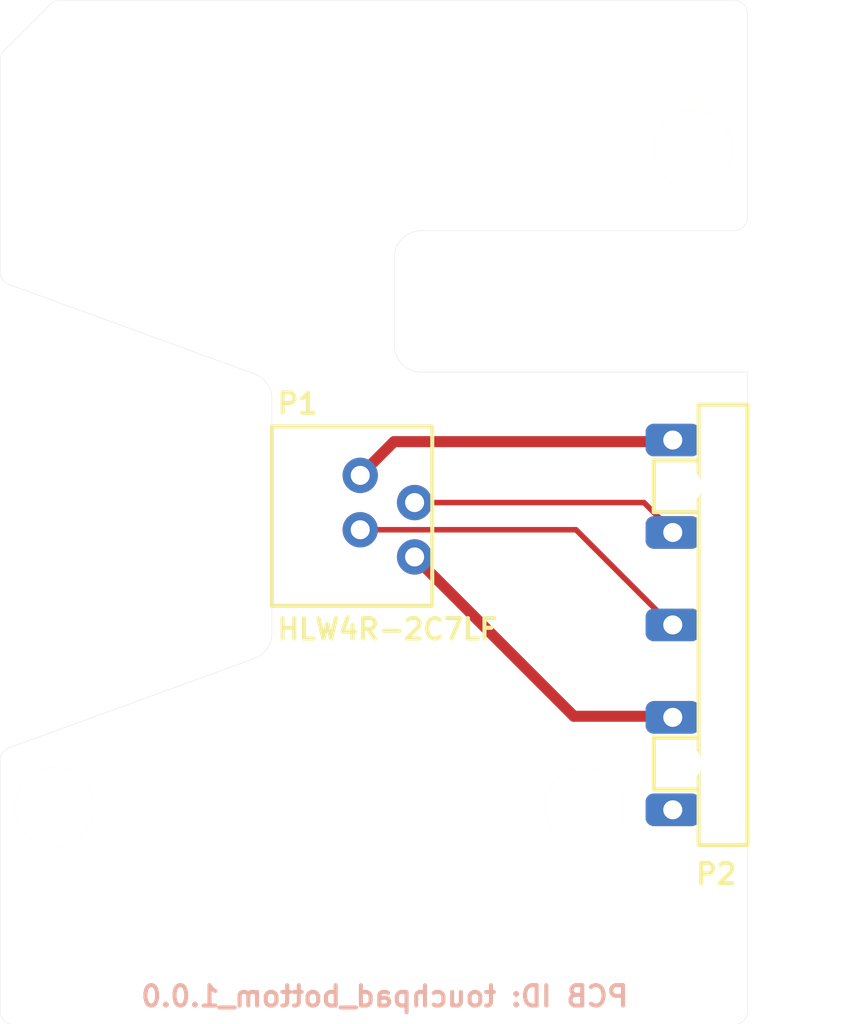
<source format=kicad_pcb>
(kicad_pcb (version 20171130) (host pcbnew 5.1.2-f72e74a~84~ubuntu18.04.1)

  (general
    (thickness 1.6)
    (drawings 29)
    (tracks 8)
    (zones 0)
    (modules 5)
    (nets 6)
  )

  (page A3)
  (title_block
    (title "UHK Touchpad Module - Bottom Board")
    (rev 1.0.0)
    (company "Ultimate Gadget Laboratories Kft.")
  )

  (layers
    (0 F.Cu signal)
    (31 B.Cu signal)
    (32 B.Adhes user)
    (33 F.Adhes user)
    (34 B.Paste user)
    (35 F.Paste user)
    (36 B.SilkS user)
    (37 F.SilkS user)
    (38 B.Mask user)
    (39 F.Mask user)
    (40 Dwgs.User user)
    (41 Cmts.User user)
    (42 Eco1.User user)
    (43 Eco2.User user)
    (44 Edge.Cuts user)
    (45 Margin user)
    (46 B.CrtYd user)
    (47 F.CrtYd user)
  )

  (setup
    (last_trace_width 0.2032)
    (user_trace_width 0.4064)
    (trace_clearance 0.2032)
    (zone_clearance 0.508)
    (zone_45_only no)
    (trace_min 0.2032)
    (via_size 0.889)
    (via_drill 0.635)
    (via_min_size 0.889)
    (via_min_drill 0.508)
    (uvia_size 0.508)
    (uvia_drill 0.127)
    (uvias_allowed no)
    (uvia_min_size 0.508)
    (uvia_min_drill 0.127)
    (edge_width 0.1)
    (segment_width 0.2)
    (pcb_text_width 0.3)
    (pcb_text_size 1.5 1.5)
    (mod_edge_width 0.15)
    (mod_text_size 0.75 0.75)
    (mod_text_width 0.15)
    (pad_size 1.5 1.5)
    (pad_drill 0.6)
    (pad_to_mask_clearance 0)
    (aux_axis_origin 0 0)
    (visible_elements FFFFEF7F)
    (pcbplotparams
      (layerselection 0x00030_ffffffff)
      (usegerberextensions true)
      (usegerberattributes false)
      (usegerberadvancedattributes false)
      (creategerberjobfile false)
      (excludeedgelayer true)
      (linewidth 0.150000)
      (plotframeref false)
      (viasonmask false)
      (mode 1)
      (useauxorigin false)
      (hpglpennumber 1)
      (hpglpenspeed 20)
      (hpglpendiameter 15.000000)
      (psnegative false)
      (psa4output false)
      (plotreference true)
      (plotvalue true)
      (plotinvisibletext false)
      (padsonsilk false)
      (subtractmaskfromsilk false)
      (outputformat 1)
      (mirror false)
      (drillshape 1)
      (scaleselection 1)
      (outputdirectory ""))
  )

  (net 0 "")
  (net 1 /VCC)
  (net 2 /SDA)
  (net 3 /SCL)
  (net 4 /GND)
  (net 5 /MERGE_SENSE)

  (net_class Default "This is the default net class."
    (clearance 0.2032)
    (trace_width 0.2032)
    (via_dia 0.889)
    (via_drill 0.635)
    (uvia_dia 0.508)
    (uvia_drill 0.127)
    (diff_pair_width 0.2032)
    (diff_pair_gap 0.25)
    (add_net /GND)
    (add_net /MERGE_SENSE)
    (add_net /SCL)
    (add_net /SDA)
    (add_net /VCC)
  )

  (module ugl:HLW4R-2C7LF (layer F.Cu) (tedit 5D20C0E7) (tstamp 5D20FC3F)
    (at 207.85 139.139999 270)
    (descr "FFC connector")
    (path /5D20FAD2)
    (fp_text reference P1 (at -4.139999 -0.95 180) (layer F.SilkS)
      (effects (font (size 0.75 0.75) (thickness 0.15)))
    )
    (fp_text value HLW4R-2C7LF (at 4.160001 -4.25 180) (layer F.SilkS)
      (effects (font (size 0.75 0.75) (thickness 0.15)))
    )
    (fp_line (start -3.3 0) (end 3.3 0) (layer F.SilkS) (width 0.15))
    (fp_line (start -3.3 0) (end -3.3 -5.9) (layer F.SilkS) (width 0.15))
    (fp_line (start 3.3 0) (end 3.3 -5.9) (layer F.SilkS) (width 0.15))
    (fp_line (start -3.3 -5.9) (end 3.3 -5.9) (layer F.SilkS) (width 0.15))
    (pad 4 thru_hole circle (at -1.5 -3.25 270) (size 1.3 1.3) (drill 0.7) (layers *.Cu *.Mask)
      (net 1 /VCC))
    (pad 3 thru_hole circle (at -0.5 -5.25 270) (size 1.3 1.3) (drill 0.7) (layers *.Cu *.Mask)
      (net 2 /SDA))
    (pad 2 thru_hole circle (at 0.5 -3.25 270) (size 1.3 1.3) (drill 0.7) (layers *.Cu *.Mask)
      (net 3 /SCL))
    (pad 1 thru_hole circle (at 1.5 -5.25 270) (size 1.3 1.3) (drill 0.7) (layers *.Cu *.Mask)
      (net 4 /GND))
  )

  (module ugl:UHK_Male_Pogo_Pin_v2 locked (layer F.Cu) (tedit 5CCF4290) (tstamp 5D20FC67)
    (at 225.35 143.139999)
    (path /5D20F51E)
    (attr virtual)
    (fp_text reference P2 (at -1.15 9.160001) (layer F.SilkS)
      (effects (font (size 0.75 0.75) (thickness 0.15)))
    )
    (fp_text value CONN_5 (at 0 -9.95 180) (layer F.SilkS) hide
      (effects (font (size 0.75 0.75) (thickness 0.15)))
    )
    (fp_line (start 0 8.1) (end 0 -8.1) (layer F.SilkS) (width 0.15))
    (fp_line (start -3.45 4.15) (end -1.8 4.15) (layer F.SilkS) (width 0.15))
    (fp_line (start -3.45 6.05) (end -3.45 4.15) (layer F.SilkS) (width 0.15))
    (fp_line (start -1.8 6.05) (end -3.45 6.05) (layer F.SilkS) (width 0.15))
    (fp_line (start -3.45 -4.15) (end -1.8 -4.15) (layer F.SilkS) (width 0.15))
    (fp_line (start -3.45 -6.05) (end -3.45 -4.15) (layer F.SilkS) (width 0.15))
    (fp_line (start -1.8 -6.05) (end -3.45 -6.05) (layer F.SilkS) (width 0.15))
    (fp_line (start 0 8.1) (end -1.8 8.1) (layer F.SilkS) (width 0.15))
    (fp_line (start -1.8 -8.1) (end 0 -8.1) (layer F.SilkS) (width 0.15))
    (fp_line (start 0 9.3) (end 0 -9.1) (layer Cmts.User) (width 0.15))
    (fp_arc (start 3.1 6.8) (end 3.1 7.3) (angle -180) (layer Cmts.User) (width 0.15))
    (fp_line (start 2.5 6.3) (end 3 6.3) (layer Cmts.User) (width 0.15))
    (fp_line (start 2.5 7.3) (end 3 7.3) (layer Cmts.User) (width 0.15))
    (fp_arc (start 3.1 3.4) (end 3.1 3.9) (angle -180) (layer Cmts.User) (width 0.15))
    (fp_line (start 2.5 2.9) (end 3 2.9) (layer Cmts.User) (width 0.15))
    (fp_line (start 2.5 3.9) (end 3 3.9) (layer Cmts.User) (width 0.15))
    (fp_arc (start 3.1 0) (end 3.1 0.5) (angle -180) (layer Cmts.User) (width 0.15))
    (fp_line (start 2.5 -0.5) (end 3 -0.5) (layer Cmts.User) (width 0.15))
    (fp_line (start 2.5 0.5) (end 3 0.5) (layer Cmts.User) (width 0.15))
    (fp_arc (start 3.1 -3.4) (end 3.1 -2.9) (angle -180) (layer Cmts.User) (width 0.15))
    (fp_line (start 2.5 -3.9) (end 3 -3.9) (layer Cmts.User) (width 0.15))
    (fp_line (start 2.5 -2.9) (end 3 -2.9) (layer Cmts.User) (width 0.15))
    (fp_arc (start 3.1 -6.8) (end 3.1 -6.3) (angle -180) (layer Cmts.User) (width 0.15))
    (fp_line (start 2.5 -6.3) (end 3 -6.3) (layer Cmts.User) (width 0.15))
    (fp_line (start 2.5 -7.3) (end 3 -7.3) (layer Cmts.User) (width 0.15))
    (fp_line (start 0 -9.1) (end 2.5 -9.1) (layer Cmts.User) (width 0.15))
    (fp_line (start -1.8 8.1) (end -1.8 -8.1) (layer F.SilkS) (width 0.15))
    (fp_line (start 0 9.3) (end 2.5 9.3) (layer Cmts.User) (width 0.15))
    (fp_line (start 2.5 -9.1) (end 2.5 9.3) (layer Cmts.User) (width 0.15))
    (pad "" np_thru_hole circle (at -2.5 5.1 180) (size 1.6 1.6) (drill 1.6) (layers *.Cu *.Mask)
      (clearance 0.00254))
    (pad "" np_thru_hole circle (at -2.5 -5.1) (size 1.6 1.6) (drill 1.6) (layers *.Cu *.Mask)
      (clearance 0.00254))
    (pad 5 thru_hole roundrect (at -2.75 6.8) (size 2 1.2) (drill 0.7) (layers *.Cu *.Mask) (roundrect_rratio 0.25)
      (net 5 /MERGE_SENSE) (clearance 0.0762))
    (pad 4 thru_hole roundrect (at -2.75 3.4) (size 2 1.2) (drill 0.7) (layers *.Cu *.Mask) (roundrect_rratio 0.25)
      (net 4 /GND) (clearance 0.0762))
    (pad 3 thru_hole roundrect (at -2.75 0) (size 2 1.2) (drill 0.7) (layers *.Cu *.Mask) (roundrect_rratio 0.25)
      (net 3 /SCL))
    (pad 2 thru_hole roundrect (at -2.75 -3.4) (size 2 1.2) (drill 0.7) (layers *.Cu *.Mask) (roundrect_rratio 0.25)
      (net 2 /SDA) (clearance 0.0762))
    (pad 1 thru_hole roundrect (at -2.75 -6.8) (size 2 1.2) (drill 0.7) (layers *.Cu *.Mask) (roundrect_rratio 0.25)
      (net 1 /VCC) (clearance 0.0762))
  )

  (module UGL:hole_2.8999999999999773mm locked (layer F.Cu) (tedit 5874311E) (tstamp 5295D75B)
    (at 219.35 149.839996)
    (attr virtual)
    (fp_text reference "" (at 0 0) (layer F.SilkS)
      (effects (font (size 1.27 1.27) (thickness 0.15)))
    )
    (fp_text value "" (at 0 0) (layer F.SilkS)
      (effects (font (size 1.27 1.27) (thickness 0.15)))
    )
    (pad "" np_thru_hole circle (at 0 0) (size 2.9 2.9) (drill 2.9) (layers *.Cu *.Mask F.SilkS)
      (clearance 0.00001))
  )

  (module UGL:hole_2.8999999999999773mm locked (layer F.Cu) (tedit 5874311E) (tstamp 5295D75B)
    (at 199.85 149.839996)
    (attr virtual)
    (fp_text reference "" (at 0 0) (layer F.SilkS)
      (effects (font (size 1.27 1.27) (thickness 0.15)))
    )
    (fp_text value "" (at 0 0) (layer F.SilkS)
      (effects (font (size 1.27 1.27) (thickness 0.15)))
    )
    (pad "" np_thru_hole circle (at 0 0) (size 2.9 2.9) (drill 2.9) (layers *.Cu *.Mask F.SilkS)
      (clearance 0.00001))
  )

  (module UGL:hole_2.9000000000000057mm locked (layer F.Cu) (tedit 5874311E) (tstamp 5295D75B)
    (at 223.35 125.660004)
    (attr virtual)
    (fp_text reference "" (at 0 0) (layer F.SilkS)
      (effects (font (size 1.27 1.27) (thickness 0.15)))
    )
    (fp_text value "" (at 0 0) (layer F.SilkS)
      (effects (font (size 1.27 1.27) (thickness 0.15)))
    )
    (pad "" np_thru_hole circle (at 0 0) (size 2.9 2.9) (drill 2.9) (layers *.Cu *.Mask F.SilkS)
      (clearance 0.00001))
  )

  (gr_text "PCB ID: touchpad_bottom_1.0.0" (at 212 156.8) (layer B.SilkS)
    (effects (font (size 0.75 0.75) (thickness 0.15)) (justify mirror))
  )
  (gr_circle (center 219.35 149.839996) (end 221 149.839996) (layer Eco1.User) (width 0.01))
  (gr_circle (center 199.85 149.839996) (end 201.5 149.839996) (layer Eco1.User) (width 0.01))
  (gr_circle (center 223.35 125.660004) (end 225 125.660004) (layer Eco1.User) (width 0.01))
  (gr_arc (start 198.35 157.339989) (end 197.85 157.34) (angle -89.98521397) (layer Edge.Cuts) (width 0.01))
  (gr_arc (start 198.349992 148.129806) (end 198.17899 147.65996) (angle -70.01492042) (layer Edge.Cuts) (width 0.01))
  (gr_arc (start 224.85 157.339989) (end 224.85 157.84) (angle -90.00654586) (layer Edge.Cuts) (width 0.01))
  (gr_arc (start 224.850008 128.140007) (end 224.85 128.64) (angle -90.00660585) (layer Edge.Cuts) (width 0.01))
  (gr_arc (start 224.85 120.660011) (end 225.35 120.66) (angle -89.98521397) (layer Edge.Cuts) (width 0.01))
  (gr_arc (start 200.057104 120.659999) (end 200.057107 120.16) (angle -45.01451802) (layer Edge.Cuts) (width 0.01))
  (gr_arc (start 198.349988 122.367108) (end 197.996447 122.013553) (angle -45.04535319) (layer Edge.Cuts) (width 0.01))
  (gr_arc (start 198.349992 130.150193) (end 197.85 130.150194) (angle -69.99208089) (layer Edge.Cuts) (width 0.01))
  (gr_line (start 198.35 157.84) (end 224.85 157.84) (angle 90) (layer Edge.Cuts) (width 0.01))
  (gr_line (start 225.35 157.34) (end 225.35 133.84) (angle 90) (layer Edge.Cuts) (width 0.01))
  (gr_line (start 225.35 133.84) (end 213.35 133.84) (angle 90) (layer Edge.Cuts) (width 0.01))
  (gr_line (start 212.35 132.84) (end 212.35 129.64) (angle 90) (layer Edge.Cuts) (width 0.01))
  (gr_line (start 213.35 128.64) (end 224.85 128.64) (angle 90) (layer Edge.Cuts) (width 0.01))
  (gr_line (start 225.35 128.14) (end 225.35 120.66) (angle 90) (layer Edge.Cuts) (width 0.01))
  (gr_line (start 224.85 120.16) (end 200.057107 120.16) (angle 90) (layer Edge.Cuts) (width 0.01))
  (gr_line (start 197.85 122.367107) (end 197.85 130.150194) (angle 90) (layer Edge.Cuts) (width 0.01))
  (gr_line (start 197.85 148.129806) (end 197.85 157.34) (angle 90) (layer Edge.Cuts) (width 0.01))
  (gr_line (start 207.19202 144.379485) (end 198.17899 147.65996) (angle 90) (layer Edge.Cuts) (width 0.01))
  (gr_line (start 198.17899 130.62004) (end 207.19202 133.900515) (angle 90) (layer Edge.Cuts) (width 0.01))
  (gr_line (start 207.85 134.840208) (end 207.85 143.439792) (angle 90) (layer Edge.Cuts) (width 0.01))
  (gr_arc (start 213.349992 132.839997) (end 212.35 132.84) (angle -89.99574177) (layer Edge.Cuts) (width 0.01))
  (gr_arc (start 213.349999 129.639999) (end 213.35 128.64) (angle -90.00012957) (layer Edge.Cuts) (width 0.01))
  (gr_arc (start 206.850001 134.840209) (end 207.85 134.840208) (angle -69.99858612) (layer Edge.Cuts) (width 0.01))
  (gr_arc (start 206.850001 143.43979) (end 207.19202 144.379485) (angle -70.00237317) (layer Edge.Cuts) (width 0.01))
  (gr_line (start 197.996447 122.013553) (end 199.703553 120.306447) (angle 90) (layer Edge.Cuts) (width 0.01))

  (segment (start 211.1 137.639999) (end 212.339999 136.4) (width 0.4064) (layer F.Cu) (net 1))
  (segment (start 212.339999 136.4) (end 222.6 136.4) (width 0.4064) (layer F.Cu) (net 1))
  (segment (start 213.1 138.639999) (end 221.539999 138.639999) (width 0.2032) (layer F.Cu) (net 2))
  (segment (start 221.539999 138.639999) (end 222.6 139.7) (width 0.2032) (layer F.Cu) (net 2))
  (segment (start 211.1 139.639999) (end 219.039999 139.639999) (width 0.2032) (layer F.Cu) (net 3))
  (segment (start 219.039999 139.639999) (end 222.6 143.2) (width 0.2032) (layer F.Cu) (net 3))
  (segment (start 213.1 140.639999) (end 218.960001 146.5) (width 0.4064) (layer F.Cu) (net 4))
  (segment (start 218.960001 146.5) (end 222.6 146.5) (width 0.4064) (layer F.Cu) (net 4))

)

</source>
